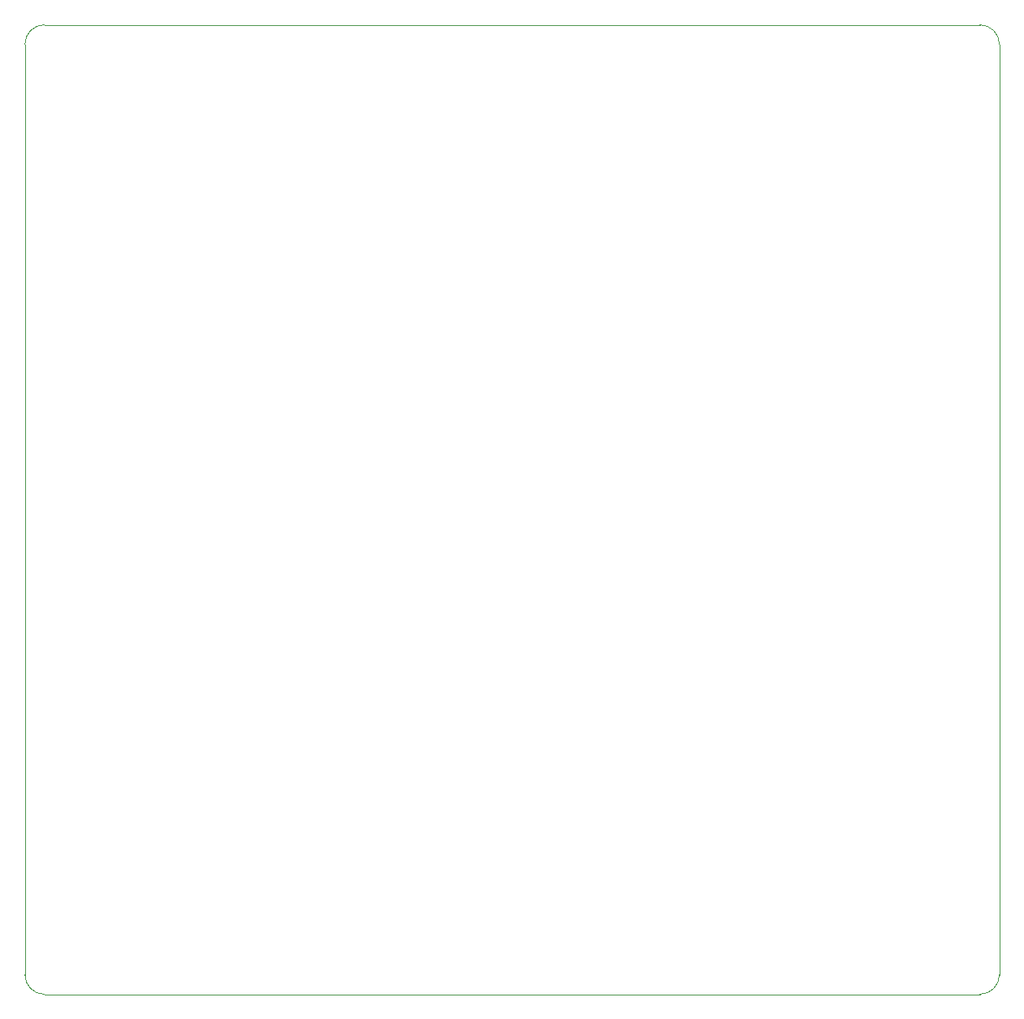
<source format=gbr>
%TF.GenerationSoftware,KiCad,Pcbnew,(5.1.10)-1*%
%TF.CreationDate,2022-01-27T16:49:40-03:30*%
%TF.ProjectId,mallard,6d616c6c-6172-4642-9e6b-696361645f70,rev?*%
%TF.SameCoordinates,Original*%
%TF.FileFunction,Profile,NP*%
%FSLAX46Y46*%
G04 Gerber Fmt 4.6, Leading zero omitted, Abs format (unit mm)*
G04 Created by KiCad (PCBNEW (5.1.10)-1) date 2022-01-27 16:49:40*
%MOMM*%
%LPD*%
G01*
G04 APERTURE LIST*
%TA.AperFunction,Profile*%
%ADD10C,0.100000*%
%TD*%
G04 APERTURE END LIST*
D10*
X101092000Y-149352000D02*
G75*
G02*
X99060000Y-147320000I0J2032000D01*
G01*
X99060000Y-50292000D02*
G75*
G02*
X101092000Y-48260000I2032000J0D01*
G01*
X198628000Y-48260000D02*
G75*
G02*
X200660000Y-50292000I0J-2032000D01*
G01*
X200660000Y-147320000D02*
G75*
G02*
X198628000Y-149352000I-2032000J0D01*
G01*
X198628000Y-149352000D02*
X101092000Y-149352000D01*
X99060000Y-147320000D02*
X99060000Y-50292000D01*
X198628000Y-48260000D02*
X101092000Y-48260000D01*
X200660000Y-147320000D02*
X200660000Y-50292000D01*
M02*

</source>
